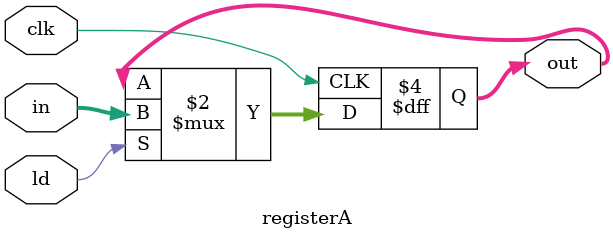
<source format=v>
`timescale 1ps / 1ps

//will contain divisor of the division
module registerA(clk,ld,in,out);

parameter size=24;

input clk,ld;
input [size-1:0] in;
output reg [size-1:0] out;

always @ (posedge clk)
begin
if(ld)	//if ld is high, loads the register
out<=in;
//...
end

endmodule
</source>
